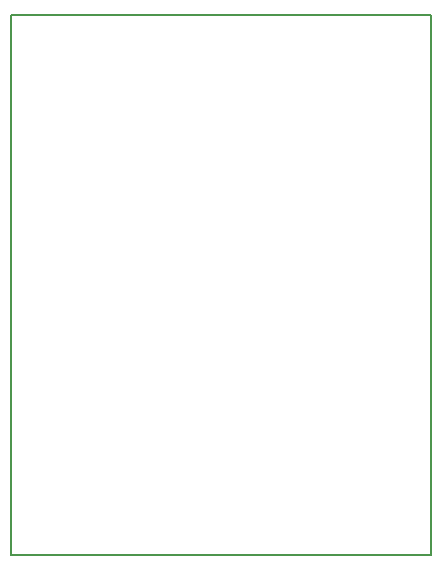
<source format=gbr>
G04 #@! TF.GenerationSoftware,KiCad,Pcbnew,5.0.0*
G04 #@! TF.CreationDate,2018-09-23T10:29:23+02:00*
G04 #@! TF.ProjectId,openReflow,6F70656E5265666C6F772E6B69636164,rev?*
G04 #@! TF.SameCoordinates,Original*
G04 #@! TF.FileFunction,Profile,NP*
%FSLAX46Y46*%
G04 Gerber Fmt 4.6, Leading zero omitted, Abs format (unit mm)*
G04 Created by KiCad (PCBNEW 5.0.0) date Sun Sep 23 10:29:23 2018*
%MOMM*%
%LPD*%
G01*
G04 APERTURE LIST*
%ADD10C,0.150000*%
G04 APERTURE END LIST*
D10*
X73660000Y-138430000D02*
X109220000Y-138430000D01*
X73660000Y-92710000D02*
X73660000Y-138430000D01*
X109220000Y-92710000D02*
X73660000Y-92710000D01*
X109220000Y-138430000D02*
X109220000Y-92710000D01*
M02*

</source>
